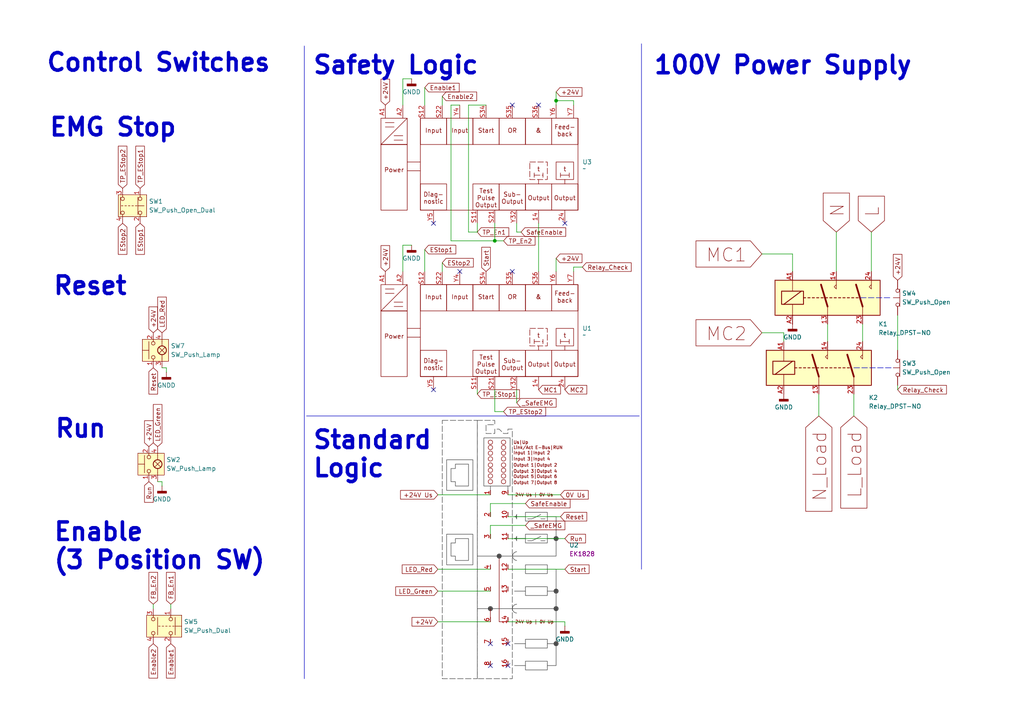
<source format=kicad_sch>
(kicad_sch (version 20231120) (generator "eeschema") (generator_version "8.0")
  (paper "A4")
  (title_block (title "13_SafetyPowerSupply") (date "2024-06-21") (rev "v1.0.0") (company "Hiroaki Kawase") (comment 1 "v0.0._ is updated when I save this PDF.") (comment 2 "v0._.0 is updated when I show this PDF to someone.") (comment 3 "v_.0.0 is updated when I make circuits with this PDF."))
  (lib_symbols
    (symbol "EtherCAT_Terminal:EK1828"
      (property "Reference" "U" (at 0 0 0))
      (property "Description" "EK1828" (at 0 -77.47 0))
      (symbol "EK1828_1_1"
        (rectangle (start -15.24 -1.27) (end -5.08 -76.2) (stroke (width 0) (type dash) (color 72 72 72 1)))
        (rectangle (start -13.97 -34.29) (end -6.35 -43.18) (stroke (width 0) (color 72 72 72 1)))
        (rectangle (start -13.97 -12.7) (end -6.35 -21.59) (stroke (width 0) (color 72 72 72 1)))
        (rectangle (start -3.175 -6.35) (end 4.445 -20.32) (stroke (width 0) (color 72 72 72 1)))
        (circle (center -1.27 -55.88) (radius 0.635) (stroke (width 0) (color 72 72 72 1)) (fill (type outline)))
        (circle (center -1.27 -19.05) (radius 0.635) (stroke (width 0) (color 132 0 0 1)))
        (circle (center -1.27 -17.399) (radius 0.635) (stroke (width 0) (color 132 0 0 1)))
        (circle (center -1.27 -15.748) (radius 0.635) (stroke (width 0) (color 132 0 0 1)))
        (circle (center -1.27 -14.224) (radius 0.635) (stroke (width 0) (color 132 0 0 1)))
        (circle (center -1.27 -12.446) (radius 0.635) (stroke (width 0) (color 132 0 0 1)))
        (circle (center -1.27 -10.795) (radius 0.635) (stroke (width 0) (color 132 0 0 1)))
        (circle (center -1.27 -9.144) (radius 0.635) (stroke (width 0) (color 132 0 0 1)))
        (circle (center -1.27 -7.62) (radius 0.635) (stroke (width 0) (color 132 0 0 1)))
        (polyline (pts (xy -1.27 -55.88) (xy -1.27 -58.42)))
        (polyline (pts (xy -1.27 -20.32) (xy -1.27 -21.59)) (stroke (width 0) (color 72 72 72 1)))
        (polyline (pts (xy 3.81 -20.32) (xy 3.81 -21.59)) (stroke (width 0) (color 72 72 72 1)))
        (polyline (pts (xy 5.08 -55.88) (xy -5.08 -55.88)) (stroke (width 0) (color 72 72 72 1)))
        (polyline (pts (xy 5.08 -40.64) (xy -5.08 -40.64)) (stroke (width 0) (color 72 72 72 1)))
        (polyline (pts (xy 6.35 -34.925) (xy 6.35 -36.195)) (stroke (width 0) (color 72 72 72 1)))
        (polyline (pts (xy 6.35 -28.575) (xy 6.35 -29.845)) (stroke (width 0) (color 72 72 72 1)))
        (polyline (pts (xy 8.89 -72.39) (xy 5.715 -72.39)) (stroke (width 0) (color 72 72 72 1)))
        (polyline (pts (xy 8.89 -66.04) (xy 5.715 -66.04)) (stroke (width 0) (color 72 72 72 1)))
        (polyline (pts (xy 8.89 -50.8) (xy 5.715 -50.8)) (stroke (width 0) (color 72 72 72 1)))
        (polyline (pts (xy 8.89 -44.45) (xy 5.715 -44.45)) (stroke (width 0) (color 72 72 72 1)))
        (polyline (pts (xy 8.89 -35.56) (xy 5.715 -35.56)) (stroke (width 0) (color 72 72 72 1)))
        (polyline (pts (xy 8.89 -29.21) (xy 5.715 -29.21)) (stroke (width 0) (color 72 72 72 1)))
        (polyline (pts (xy 13.335 -36.195) (xy 14.605 -36.195)) (stroke (width 0) (color 72 72 72 1)))
        (polyline (pts (xy 13.335 -29.845) (xy 14.605 -29.845)) (stroke (width 0) (color 72 72 72 1)))
        (polyline (pts (xy 15.24 -66.04) (xy 17.78 -66.04)) (stroke (width 0) (color 72 72 72 1)))
        (polyline (pts (xy 15.24 -50.8) (xy 17.78 -50.8)) (stroke (width 0) (color 72 72 72 1)))
        (polyline (pts (xy 15.24 -44.45) (xy 17.78 -44.45)) (stroke (width 0) (color 72 72 72 1)))
        (polyline (pts (xy 15.24 -35.56) (xy 17.78 -35.56)) (stroke (width 0) (color 72 72 72 1)))
        (polyline (pts (xy 15.24 -29.21) (xy 17.78 -29.21)) (stroke (width 0) (color 72 72 72 1)))
        (polyline (pts (xy 17.78 -44.45) (xy 17.78 -55.88)) (stroke (width 0) (color 72 72 72 1)))
        (polyline (pts (xy 9.525 -36.195) (xy 10.795 -36.195) (xy 13.335 -34.925)) (stroke (width 0) (color 72 72 72 1)))
        (polyline (pts (xy 9.525 -29.845) (xy 10.795 -29.845) (xy 13.335 -28.575)) (stroke (width 0) (color 72 72 72 1)))
        (polyline (pts (xy 17.78 -29.21) (xy 17.78 -40.64) (xy 5.08 -40.64)) (stroke (width 0) (color 72 72 72 1)))
        (polyline (pts (xy 1.27 -40.64) (xy 1.27 -59.69) (xy 3.81 -59.69) (xy 3.81 -58.42)))
        (polyline (pts (xy 5.08 -55.88) (xy 17.78 -55.88) (xy 17.78 -72.39) (xy 15.24 -72.39)) (stroke (width 0) (color 72 72 72 1)))
        (polyline (pts (xy -12.7 -36.83) (xy -12.7 -40.64) (xy -11.43 -40.64) (xy -11.43 -41.91) (xy -7.62 -41.91) (xy -7.62 -35.56) (xy -11.43 -35.56) (xy -11.43 -36.83) (xy -12.7 -36.83)) (stroke (width 0) (color 72 72 72 1)))
        (polyline (pts (xy -12.7 -15.24) (xy -12.7 -19.05) (xy -11.43 -19.05) (xy -11.43 -20.32) (xy -7.62 -20.32) (xy -7.62 -13.97) (xy -11.43 -13.97) (xy -11.43 -15.24) (xy -12.7 -15.24)) (stroke (width 0) (color 72 72 72 1)))
        (polyline (pts (xy -5.08 -21.59) (xy -5.08 -74.93) (xy -5.08 -74.93) (xy -5.08 -74.93) (xy -5.08 -74.93) (xy -5.08 -76.2) (xy 5.08 -76.2) (xy 5.08 -21.59) (xy 5.08 -3.81) (xy 3.81 -3.81) (xy 3.81 -5.08) (xy 2.54 -5.08) (xy 1.27 -3.81) (xy 0 -3.81) (xy 0 -5.08) (xy -2.54 -5.08) (xy -2.54 -2.54) (xy 0 -2.54) (xy 0 -1.27) (xy -5.08 -1.27) (xy -5.08 -2.54) (xy -5.08 -2.54) (xy -5.08 -2.54) (xy -5.08 -2.54) (xy -5.08 -2.54) (xy -5.08 -21.59)) (stroke (width 0) (type dash) (color 72 72 72 1)))
        (circle (center 1.27 -40.64) (radius 0.635) (stroke (width 0) (color 72 72 72 1)) (fill (type outline)))
        (circle (center 2.54 -19.05) (radius 0.635) (stroke (width 0) (color 132 0 0 1)))
        (circle (center 2.54 -17.399) (radius 0.635) (stroke (width 0) (color 132 0 0 1)))
        (circle (center 2.54 -15.748) (radius 0.635) (stroke (width 0) (color 132 0 0 1)))
        (circle (center 2.54 -14.224) (radius 0.635) (stroke (width 0) (color 132 0 0 1)))
        (circle (center 2.54 -12.446) (radius 0.635) (stroke (width 0) (color 132 0 0 1)))
        (circle (center 2.54 -10.795) (radius 0.635) (stroke (width 0) (color 132 0 0 1)))
        (circle (center 2.54 -9.144) (radius 0.635) (stroke (width 0) (color 132 0 0 1)))
        (circle (center 2.54 -7.62) (radius 0.635) (stroke (width 0) (color 132 0 0 1)))
        (arc (start 5.715 -35.56) (mid 6.164 -35.374) (end 6.35 -34.925) (stroke (width 0) (color 72 72 72 1)))
        (arc (start 5.715 -29.21) (mid 6.164 -29.024) (end 6.35 -28.575) (stroke (width 0) (color 72 72 72 1)))
        (arc (start 6.35 -54.61) (mid 5.1073 -55.88) (end 6.35 -57.15) (stroke (width 0) (color 72 72 72 1)))
        (arc (start 6.35 -39.37) (mid 5.1825 -40.64) (end 6.35 -41.91) (stroke (width 0) (color 72 72 72 1)))
        (arc (start 6.35 -36.195) (mid 6.1698 -35.7402) (end 5.715 -35.56) (stroke (width 0) (color 72 72 72 1)))
        (arc (start 6.35 -29.845) (mid 6.1698 -29.3902) (end 5.715 -29.21) (stroke (width 0) (color 72 72 72 1)))
        (rectangle (start 8.89 -71.12) (end 15.24 -73.66) (stroke (width 0) (color 72 72 72 1)))
        (rectangle (start 8.89 -64.77) (end 15.24 -67.31) (stroke (width 0) (color 72 72 72 1)))
        (rectangle (start 8.89 -49.53) (end 15.24 -52.07) (stroke (width 0) (color 72 72 72 1)))
        (rectangle (start 8.89 -43.18) (end 15.24 -45.72) (stroke (width 0) (color 72 72 72 1)))
        (rectangle (start 8.89 -34.29) (end 15.24 -36.83) (stroke (width 0) (color 72 72 72 1)))
        (rectangle (start 8.89 -27.94) (end 15.24 -30.48) (stroke (width 0) (color 72 72 72 1)))
        (circle (center 17.78 -66.04) (radius 0.635) (stroke (width 0) (color 72 72 72 1)) (fill (type outline)))
        (circle (center 17.78 -55.88) (radius 0.635) (stroke (width 0) (color 72 72 72 1)) (fill (type outline)))
        (circle (center 17.78 -50.8) (radius 0.635) (stroke (width 0) (color 72 72 72 1)) (fill (type outline)))
        (circle (center 17.78 -35.56) (radius 0.635) (stroke (width 0) (color 72 72 72 1)) (fill (type outline)))
        (text "24V Up | 0V Up" (at 5.842 -60.198 0) (effects (font (size 0.889 0.889)) (justify left bottom)))
        (text "24V Us | 0V Us" (at 5.842 -23.368 0) (effects (font (size 0.889 0.889)) (justify left bottom)))
        (text "Input 1|Input 2" (at 5.334 -11.176 0) (effects (font (size 0.889 0.889)) (justify left bottom)))
        (text "Input 3|Input 4" (at 5.334 -12.954 0) (effects (font (size 0.889 0.889)) (justify left bottom)))
        (text "Link/Act E-Bus|RUN" (at 5.334 -9.652 0) (effects (font (size 0.889 0.889)) (justify left bottom)))
        (text "Output 1|Output 2" (at 5.334 -14.732 0) (effects (font (size 0.889 0.889)) (justify left bottom)))
        (text "Output 3|Output 4" (at 5.334 -16.51 0) (effects (font (size 0.889 0.889)) (justify left bottom)))
        (text "Output 5|Output 6" (at 5.334 -18.034 0) (effects (font (size 0.889 0.889)) (justify left bottom)))
        (text "Output 7|Output 8" (at 5.334 -19.812 0) (effects (font (size 0.889 0.889)) (justify left bottom)))
        (text "Us|Up" (at 5.334 -8.128 0) (effects (font (size 0.889 0.889)) (justify left bottom)))
        (pin power_in line (at -1.27 -22.86 90) (length 1.27) (name "") (number "1"))
        (pin input line (at 3.81 -29.21 90) (length 1.27) (name "") (number "10"))
        (pin input line (at 3.81 -35.56 90) (length 1.27) (name "") (number "11"))
        (pin output line (at 3.81 -44.45 90) (length 1.27) (name "") (number "12"))
        (pin output line (at 3.81 -50.8 90) (length 1.27) (name "") (number "13"))
        (pin power_in line (at 3.81 -59.69 90) (length 1.27) (name "") (number "14"))
        (pin output line (at 3.81 -66.04 90) (length 1.27) (name "") (number "15"))
        (pin output line (at 3.81 -72.39 90) (length 1.27) (name "") (number "16"))
        (pin input line (at -1.27 -29.21 90) (length 1.27) (name "") (number "2"))
        (pin input line (at -1.27 -35.56 90) (length 1.27) (name "") (number "3"))
        (pin output line (at -1.27 -44.45 90) (length 1.27) (name "") (number "4"))
        (pin output line (at -1.27 -50.8 90) (length 1.27) (name "") (number "5"))
        (pin power_in line (at -1.27 -59.69 90) (length 1.27) (name "") (number "6"))
        (pin output line (at -1.27 -66.04 90) (length 1.27) (name "") (number "7"))
        (pin output line (at -1.27 -72.39 90) (length 1.27) (name "") (number "8"))
        (pin power_in line (at 3.81 -22.86 90) (length 1.27) (name "") (number "9"))
      )
    )
    (symbol "Relay:Relay_DPST-NO"
      (property "Reference" "K" (at 16.51 3.81 0))
      (property "Value" "Relay_DPST-NO" (at 16.51 1.27 0))
      (symbol "Relay_DPST-NO_0_1"
        (rectangle (start -15.24 5.08) (end 15.24 -5.08) (stroke (width 0.254)) (fill (type background)))
        (rectangle (start -13.335 1.905) (end -6.985 -1.905) (stroke (width 0.254)))
        (polyline (pts (xy -12.7 -1.905) (xy -7.62 1.905)) (stroke (width 0.254)))
        (polyline (pts (xy -10.16 -5.08) (xy -10.16 -1.905)))
        (polyline (pts (xy -10.16 5.08) (xy -10.16 1.905)))
        (polyline (pts (xy -6.985 0) (xy -6.35 0)) (stroke (width 0.254)))
        (polyline (pts (xy -5.715 0) (xy -5.08 0)) (stroke (width 0.254)))
        (polyline (pts (xy -4.445 0) (xy -3.81 0)) (stroke (width 0.254)))
        (polyline (pts (xy -3.175 0) (xy -2.54 0)) (stroke (width 0.254)))
        (polyline (pts (xy -1.905 0) (xy -1.27 0)) (stroke (width 0.254)))
        (polyline (pts (xy -0.635 0) (xy 0 0)) (stroke (width 0.254)))
        (polyline (pts (xy 0 -2.54) (xy -1.905 3.81)) (stroke (width 0.508)))
        (polyline (pts (xy 0 -2.54) (xy 0 -5.08)))
        (polyline (pts (xy 0.635 0) (xy 1.27 0)) (stroke (width 0.254)))
        (polyline (pts (xy 1.905 0) (xy 2.54 0)) (stroke (width 0.254)))
        (polyline (pts (xy 3.175 0) (xy 3.81 0)) (stroke (width 0.254)))
        (polyline (pts (xy 4.445 0) (xy 5.08 0)) (stroke (width 0.254)))
        (polyline (pts (xy 5.715 0) (xy 6.35 0)) (stroke (width 0.254)))
        (polyline (pts (xy 6.985 0) (xy 7.62 0)) (stroke (width 0.254)))
        (polyline (pts (xy 8.255 0) (xy 8.89 0)) (stroke (width 0.254)))
        (polyline (pts (xy 10.16 -2.54) (xy 8.255 3.81)) (stroke (width 0.508)))
        (polyline (pts (xy 10.16 -2.54) (xy 10.16 -5.08)))
        (polyline (pts (xy 2.54 5.08) (xy 2.54 2.54) (xy 1.905 3.175) (xy 2.54 3.81)))
        (polyline (pts (xy 12.7 5.08) (xy 12.7 2.54) (xy 12.065 3.175) (xy 12.7 3.81)))
      )
      (symbol "Relay_DPST-NO_1_1"
        (pin passive line (at 0 -7.62 90) (length 2.54) (name "~") (number "13"))
        (pin passive line (at 2.54 7.62 270) (length 2.54) (name "~") (number "14"))
        (pin passive line (at 10.16 -7.62 90) (length 2.54) (name "~") (number "23"))
        (pin passive line (at 12.7 7.62 270) (length 2.54) (name "~") (number "24"))
        (pin passive line (at -10.16 7.62 270) (length 2.54) (name "~") (number "A1"))
        (pin passive line (at -10.16 -7.62 90) (length 2.54) (name "~") (number "A2"))
      )
    )
    (symbol "Safety_Relay:e1vp" (on_board no)
      (property "Reference" "U" (at 0 11.43 0))
      (symbol "e1vp_0_1"
        (rectangle (start -19.05 -3.81) (end -11.43 -11.43))
        (rectangle (start -7.62 -22.86) (end 0 -30.48))
        (rectangle (start -7.62 -3.81) (end 0 -11.43))
        (rectangle (start 0 -3.81) (end 7.62 -11.43))
        (polyline (pts (xy -17.78 -6.35) (xy -15.24 -6.35)))
        (polyline (pts (xy -17.78 -5.08) (xy -15.24 -5.08)))
        (polyline (pts (xy -15.24 -10.16) (xy -12.7 -10.16)))
        (polyline (pts (xy -15.24 -8.89) (xy -12.7 -8.89)))
        (polyline (pts (xy -13.97 -7.62) (xy -13.97 -7.62)))
        (polyline (pts (xy -11.43 -3.81) (xy -19.05 -11.43)))
        (polyline (pts (xy -5.08 -26.67) (xy -5.08 -26.67)))
        (polyline (pts (xy -2.54 -7.62) (xy -2.54 -7.62)))
        (polyline (pts (xy 5.08 -7.62) (xy 5.08 -7.62)))
        (polyline (pts (xy 10.16 -26.67) (xy 10.16 -26.67)))
        (polyline (pts (xy 12.7 -7.62) (xy 12.7 -7.62)))
        (polyline (pts (xy 17.78 -26.67) (xy 17.78 -26.67)))
        (polyline (pts (xy 20.32 -7.62) (xy 20.32 -7.62)))
        (polyline (pts (xy 25.4 -26.67) (xy 25.4 -26.67)))
        (polyline (pts (xy 27.94 -7.62) (xy 27.94 -7.62)))
        (polyline (pts (xy 33.02 -26.67) (xy 33.02 -26.67)))
        (polyline (pts (xy 35.56 -7.62) (xy 35.56 -7.62)))
        (rectangle (start 7.62 -3.81) (end 15.24 -11.43))
        (rectangle (start 15.24 -30.48) (end 7.62 -22.86))
        (rectangle (start 15.24 -3.81) (end 22.86 -11.43))
        (rectangle (start 22.86 -30.48) (end 15.24 -22.86))
        (rectangle (start 22.86 -3.81) (end 30.48 -11.43))
        (rectangle (start 30.48 -30.48) (end 22.86 -22.86))
        (rectangle (start 30.48 -3.81) (end 38.1 -11.43))
        (rectangle (start 38.1 -30.48) (end 30.48 -22.86))
      )
      (symbol "e1vp_1_1"
        (rectangle (start -19.05 -11.43) (end -11.43 -30.48))
        (polyline (pts (xy -11.43 -19.05) (xy -11.43 -19.05)))
        (polyline (pts (xy -11.43 -16.51) (xy -7.62 -16.51)))
        (polyline (pts (xy -7.62 -19.05) (xy -11.43 -19.05)))
        (polyline (pts (xy 25.4 -20.32) (xy 27.94 -20.32)))
        (polyline (pts (xy 25.4 -19.685) (xy 25.4 -20.955)))
        (polyline (pts (xy 26.67 -21.59) (xy 26.67 -22.86)))
        (polyline (pts (xy 27.94 -19.685) (xy 27.94 -20.955)))
        (polyline (pts (xy 33.02 -20.32) (xy 35.56 -20.32)))
        (polyline (pts (xy 33.02 -19.685) (xy 33.02 -20.955)))
        (polyline (pts (xy 34.29 -21.59) (xy 34.29 -22.86)))
        (polyline (pts (xy 35.56 -19.685) (xy 35.56 -20.955)))
        (rectangle (start 24.13 -16.51) (end 29.21 -21.59) (stroke (width 0) (type dash)))
        (rectangle (start 31.75 -16.51) (end 36.83 -21.59))
        (rectangle (start 38.1 -3.81) (end -7.62 -30.48))
        (text "&" (at 26.67 -7.366 0) (effects (font (size 1.27 1.27))))
        (text "Diag-\nnostic" (at -3.81 -26.924 0) (effects (font (size 1.27 1.27))))
        (text "Feed-\nback" (at 34.29 -7.366 0) (effects (font (size 1.27 1.27))))
        (text "Input" (at -3.81 -7.366 0) (effects (font (size 1.27 1.27))))
        (text "Input" (at 3.81 -7.366 0) (effects (font (size 1.27 1.27))))
        (text "OR" (at 19.05 -7.366 0) (effects (font (size 1.27 1.27))))
        (text "Output" (at 26.67 -26.924 0) (effects (font (size 1.27 1.27))))
        (text "Output" (at 34.29 -26.924 0) (effects (font (size 1.27 1.27))))
        (text "Power" (at -15.24 -18.796 0) (effects (font (size 1.27 1.27))))
        (text "Start" (at 11.43 -7.366 0) (effects (font (size 1.27 1.27))))
        (text "Sub-\nOutput\n" (at 19.05 -26.924 0) (effects (font (size 1.27 1.27))))
        (text "t" (at 26.67 -18.542 0) (effects (font (size 1.27 1.27))))
        (text "t" (at 34.29 -18.542 0) (effects (font (size 1.27 1.27))))
        (text "Test\nPulse\nOutput\n" (at 11.43 -26.924 0) (effects (font (size 1.27 1.27))))
        (pin output line (at 26.67 -34.29 90) (length 3.81) (name "") (number "14"))
        (pin output line (at 34.29 -34.29 90) (length 3.81) (name "") (number "24"))
        (pin power_in line (at -17.78 0 270) (length 3.81) (name "") (number "A1"))
        (pin power_in line (at -12.7 0 270) (length 3.81) (name "") (number "A2"))
        (pin output line (at 8.89 -34.29 90) (length 3.81) (name "") (number "S11"))
        (pin input line (at -6.35 0 270) (length 3.81) (name "") (number "S12"))
        (pin output line (at 13.97 -34.29 90) (length 3.81) (name "") (number "S21"))
        (pin input line (at -1.27 0 270) (length 3.81) (name "") (number "S22"))
        (pin input line (at 11.43 0 270) (length 3.81) (name "") (number "S34"))
        (pin input line (at 19.05 0 270) (length 3.81) (name "") (number "S35"))
        (pin input line (at 26.67 0 270) (length 3.81) (name "") (number "S36"))
        (pin output line (at 20.32 -34.29 90) (length 3.81) (name "") (number "Y32"))
        (pin input line (at 3.81 0 270) (length 3.81) (name "") (number "Y4"))
        (pin unspecified line (at -3.81 -34.29 90) (length 3.81) (name "") (number "Y5"))
        (pin input line (at 31.75 0 270) (length 3.81) (name "") (number "Y6"))
        (pin input line (at 36.83 0 270) (length 3.81) (name "") (number "Y7"))
      )
    )
    (symbol "Switch:SW_Push_Dual" (pin_names (offset 1.016) hide)
      (property "Reference" "SW" (at 0 7.62 0))
      (property "Value" "SW_Push_Dual" (at 0 -6.35 0))
      (symbol "SW_Push_Dual_0_1"
        (circle (center -2.032 -2.54) (radius 0.508))
        (circle (center -2.032 2.54) (radius 0.508))
        (polyline (pts (xy 0 -0.508) (xy 0 -1.016)))
        (polyline (pts (xy 0 0.508) (xy 0 0)))
        (polyline (pts (xy 0 1.016) (xy 0 1.524)))
        (polyline (pts (xy 0 2.032) (xy 0 2.54)))
        (polyline (pts (xy 0 3.048) (xy 0 3.556)))
        (polyline (pts (xy 0 3.81) (xy 0 5.588)))
        (polyline (pts (xy 2.54 -1.27) (xy -2.54 -1.27)))
        (polyline (pts (xy 2.54 3.81) (xy -2.54 3.81)))
        (circle (center 2.032 -2.54) (radius 0.508))
        (circle (center 2.032 2.54) (radius 0.508))
        (pin passive line (at -5.08 2.54 0) (length 2.54) (name "1") (number "1"))
        (pin passive line (at 5.08 2.54 180) (length 2.54) (name "2") (number "2"))
        (pin passive line (at -5.08 -2.54 0) (length 2.54) (name "3") (number "3"))
        (pin passive line (at 5.08 -2.54 180) (length 2.54) (name "4") (number "4"))
      )
      (symbol "SW_Push_Dual_1_1"
        (rectangle (start -3.175 5.715) (end 3.175 -4.445) (fill (type background)))
      )
    )
    (symbol "Switch:SW_Push_Lamp" (pin_names (offset 1.016) hide)
      (property "Reference" "SW" (at 0 7.62 0))
      (property "Value" "SW_Push_Lamp" (at 0 -3.81 0))
      (symbol "SW_Push_Lamp_0_1"
        (circle (center -2.032 2.54) (radius 0.508))
        (polyline (pts (xy -2.54 0) (xy -1.27 0)))
        (polyline (pts (xy -0.889 -0.889) (xy 0.889 0.889)))
        (polyline (pts (xy 0 3.81) (xy 0 5.588)))
        (polyline (pts (xy 0.889 -0.889) (xy -0.889 0.889)))
        (polyline (pts (xy 2.54 0) (xy 1.27 0)))
        (polyline (pts (xy 2.54 3.81) (xy -2.54 3.81)))
        (circle (center 0 0) (radius 1.27) (stroke (width 0.254)))
        (circle (center 2.032 2.54) (radius 0.508))
        (pin passive line (at -5.08 2.54 0) (length 2.54) (name "1") (number "1"))
        (pin passive line (at 5.08 2.54 180) (length 2.54) (name "2") (number "2"))
        (pin passive line (at -5.08 0 0) (length 2.54) (name "L") (number "3"))
        (pin passive line (at 5.08 0 180) (length 2.54) (name "L") (number "4"))
      )
      (symbol "SW_Push_Lamp_1_1"
        (rectangle (start -3.175 5.715) (end 3.175 -1.905) (fill (type background)))
      )
    )
    (symbol "Switch:SW_Push_Open" (pin_numbers hide) (pin_names (offset 1.016) hide)
      (property "Reference" "SW" (at 0 2.54 0))
      (property "Value" "SW_Push_Open" (at 0 -1.905 0))
      (symbol "SW_Push_Open_0_1"
        (circle (center -2.032 0) (radius 0.508))
        (polyline (pts (xy -2.54 -0.635) (xy 2.54 -0.635)))
        (polyline (pts (xy 0 -0.635) (xy 0 1.27)))
        (circle (center 2.032 0) (radius 0.508))
        (pin passive line (at -5.08 0 0) (length 2.54) (name "A") (number "1"))
      )
      (symbol "SW_Push_Open_1_1"
        (pin passive line (at 5.08 0 180) (length 2.54) (name "B") (number "2"))
      )
    )
    (symbol "Switch:SW_Push_Open_Dual" (pin_names (offset 1.016) hide)
      (property "Reference" "SW" (at 0 3.81 0))
      (property "Value" "SW_Push_Open_Dual" (at 0 -7.62 0))
      (symbol "SW_Push_Open_Dual_0_1"
        (circle (center -2.032 -5.08) (radius 0.508))
        (circle (center -2.032 0) (radius 0.508))
        (polyline (pts (xy 0 -4.953) (xy 0 -5.461)))
        (polyline (pts (xy 0 -3.937) (xy 0 -4.445)))
        (polyline (pts (xy 0 -3.429) (xy 0 -2.921)))
        (polyline (pts (xy 0 -2.413) (xy 0 -1.905)))
        (polyline (pts (xy 0 -1.397) (xy 0 -0.889)))
        (polyline (pts (xy 0 -0.635) (xy 0 1.143)))
        (polyline (pts (xy 2.54 -5.715) (xy -2.54 -5.715)))
        (polyline (pts (xy 2.54 -0.635) (xy -2.54 -0.635)))
        (circle (center 2.032 -5.08) (radius 0.508))
        (circle (center 2.032 0) (radius 0.508))
        (pin passive line (at -5.08 0 0) (length 2.54) (name "1") (number "1"))
        (pin passive line (at 5.08 0 180) (length 2.54) (name "2") (number "2"))
        (pin passive line (at -5.08 -5.08 0) (length 2.54) (name "3") (number "3"))
        (pin passive line (at 5.08 -5.08 180) (length 2.54) (name "4") (number "4"))
      )
      (symbol "SW_Push_Open_Dual_1_1"
        (rectangle (start -3.175 1.905) (end 3.175 -6.35) (fill (type background)))
      )
    )
    (symbol "power:GNDD" (power) (pin_numbers hide) (pin_names (offset 0) hide)
      (property "Value" "GNDD" (at 0 -3.175 0))
      (symbol "GNDD_0_1"
        (rectangle (start -1.27 -1.524) (end 1.27 -2.032) (stroke (width 0.254)) (fill (type outline)))
        (polyline (pts (xy 0 0) (xy 0 -1.524)))
      )
      (symbol "GNDD_1_1"
        (pin power_in line (at 0 0 270) (length 0) (name "~") (number "1"))
      )
    )
  )
  (junction (at 161.29 29.21))
  (junction (at 143.51 69.85))
  (no_connect (at 142.24 186.69))
  (no_connect (at 133.35 78.74))
  (no_connect (at 156.21 30.48))
  (no_connect (at 147.32 193.04))
  (no_connect (at 125.73 64.77))
  (no_connect (at 125.73 113.03))
  (no_connect (at 147.32 186.69))
  (no_connect (at 148.59 30.48))
  (no_connect (at 148.59 78.74))
  (no_connect (at 142.24 193.04))
  (no_connect (at 163.83 64.77))
  (polyline (pts (xy 249.555 86.36) (xy 258.445 86.36)) (stroke (width 0) (type dash)))
  (wire (pts (xy 140.97 30.48) (xy 135.89 30.48)))
  (wire (pts (xy 247.65 114.3) (xy 247.65 120.65)))
  (wire (pts (xy 116.84 22.86) (xy 119.38 22.86)))
  (wire (pts (xy 146.05 119.38) (xy 143.51 119.38)))
  (wire (pts (xy 260.35 91.44) (xy 260.35 101.6)))
  (wire (pts (xy 152.4 146.05) (xy 142.24 146.05)))
  (wire (pts (xy 237.49 114.3) (xy 237.49 120.65)))
  (wire (pts (xy 161.29 29.21) (xy 161.29 30.48)))
  (wire (pts (xy 127 171.45) (xy 142.24 171.45)))
  (polyline (pts (xy 88.9 120.65) (xy 185.42 120.65)))
  (wire (pts (xy 123.19 72.39) (xy 123.19 78.74)))
  (wire (pts (xy 46.99 106.68) (xy 48.26 106.68)))
  (wire (pts (xy 127 143.51) (xy 142.24 143.51)))
  (wire (pts (xy 138.43 114.3) (xy 138.43 113.03)))
  (wire (pts (xy 135.89 67.31) (xy 138.43 67.31)))
  (wire (pts (xy 143.51 69.85) (xy 146.05 69.85)))
  (wire (pts (xy 44.45 175.26) (xy 44.45 176.53)))
  (wire (pts (xy 49.53 176.53) (xy 49.53 175.26)))
  (polyline (pts (xy 247.65 106.68) (xy 259.08 106.68)) (stroke (width 0) (type dash)))
  (wire (pts (xy 163.83 180.34) (xy 163.83 181.61)))
  (wire (pts (xy 130.81 30.48) (xy 130.81 69.85)))
  (wire (pts (xy 151.13 67.31) (xy 149.86 67.31)))
  (wire (pts (xy 143.51 69.85) (xy 143.51 64.77)))
  (wire (pts (xy 127 180.34) (xy 142.24 180.34)))
  (wire (pts (xy 220.98 73.66) (xy 229.87 73.66)))
  (wire (pts (xy 128.27 27.94) (xy 128.27 30.48)))
  (wire (pts (xy 161.29 29.21) (xy 166.37 29.21)))
  (wire (pts (xy 220.98 96.52) (xy 227.33 96.52)))
  (wire (pts (xy 152.4 152.4) (xy 142.24 152.4)))
  (wire (pts (xy 147.32 156.21) (xy 163.83 156.21)))
  (wire (pts (xy 48.26 106.68) (xy 48.26 107.95)))
  (wire (pts (xy 138.43 67.31) (xy 138.43 64.77)))
  (wire (pts (xy 227.33 96.52) (xy 227.33 99.06)))
  (wire (pts (xy 142.24 152.4) (xy 142.24 156.21)))
  (wire (pts (xy 143.51 119.38) (xy 143.51 113.03)))
  (wire (pts (xy 133.35 30.48) (xy 130.81 30.48)))
  (wire (pts (xy 166.37 78.74) (xy 166.37 77.47)))
  (wire (pts (xy 166.37 30.48) (xy 166.37 29.21)))
  (polyline (pts (xy 88.265 13.335) (xy 88.265 196.85)))
  (wire (pts (xy 250.19 93.98) (xy 250.19 99.06)))
  (wire (pts (xy 123.19 25.4) (xy 123.19 30.48)))
  (wire (pts (xy 142.24 146.05) (xy 142.24 149.86)))
  (wire (pts (xy 147.32 180.34) (xy 163.83 180.34)))
  (wire (pts (xy 229.87 73.66) (xy 229.87 78.74)))
  (wire (pts (xy 260.35 113.03) (xy 260.35 111.76)))
  (wire (pts (xy 161.29 26.67) (xy 161.29 29.21)))
  (wire (pts (xy 242.57 67.31) (xy 242.57 78.74)))
  (wire (pts (xy 46.99 139.7) (xy 46.99 140.97)))
  (wire (pts (xy 128.27 76.2) (xy 128.27 78.74)))
  (wire (pts (xy 116.84 78.74) (xy 116.84 71.12)))
  (wire (pts (xy 116.84 71.12) (xy 119.38 71.12)))
  (polyline (pts (xy 186.055 12.7) (xy 186.055 165.1)))
  (wire (pts (xy 161.29 74.93) (xy 161.29 78.74)))
  (wire (pts (xy 252.73 67.31) (xy 252.73 78.74)))
  (wire (pts (xy 130.81 69.85) (xy 143.51 69.85)))
  (wire (pts (xy 147.32 143.51) (xy 162.56 143.51)))
  (wire (pts (xy 135.89 30.48) (xy 135.89 67.31)))
  (wire (pts (xy 147.32 165.1) (xy 163.83 165.1)))
  (wire (pts (xy 116.84 30.48) (xy 116.84 22.86)))
  (wire (pts (xy 149.86 116.84) (xy 149.86 113.03)))
  (wire (pts (xy 240.03 93.98) (xy 240.03 99.06)))
  (wire (pts (xy 166.37 77.47) (xy 168.91 77.47)))
  (wire (pts (xy 149.86 67.31) (xy 149.86 64.77)))
  (wire (pts (xy 147.32 149.86) (xy 162.56 149.86)))
  (wire (pts (xy 156.21 64.77) (xy 156.21 78.74)))
  (wire (pts (xy 45.72 139.7) (xy 46.99 139.7)))
  (wire (pts (xy 127 165.1) (xy 142.24 165.1)))
  (text "Safety Logic" (at 114.808 19.05 0) (effects (font (size 5.08 5.08) (thickness 1.016) (bold yes))))
  (text "Standard\nLogic" (at 90.424 131.826 0) (effects (font (size 5.08 5.08) (thickness 1.016) (bold yes)) (justify left)))
  (text "EMG Stop" (at 32.766 37.084 0) (effects (font (size 5.08 5.08) (thickness 1.016) (bold yes))))
  (text "Control Switches" (at 45.974 18.288 0) (effects (font (size 5.08 5.08) (thickness 1.016) (bold yes))))
  (text "100V Power Supply" (at 227.076 19.05 0) (effects (font (size 5.08 5.08) (thickness 1.016) (bold yes))))
  (text "Enable\n(3 Position SW)" (at 15.24 158.496 0) (effects (font (size 5.08 5.08) (thickness 1.016) (bold yes)) (justify left)))
  (text "Run" (at 23.368 124.46 0) (effects (font (size 5.08 5.08) (thickness 1.016) (bold yes))))
  (text "Reset" (at 26.162 83.058 0) (effects (font (size 5.08 5.08) (thickness 1.016) (bold yes))))
  (global_label "Reset" (shape input) (at 162.56 149.86 0) (property "Intersheetrefs" "${INTERSHEET_REFS}" (effects (hide yes))))
  (global_label "+24V" (shape input) (at 161.29 74.93 0) (property "Intersheetrefs" "${INTERSHEET_REFS}" (effects (hide yes))))
  (global_label "EStop1" (shape input) (at 123.19 72.39 0) (property "Intersheetrefs" "${INTERSHEET_REFS}" (effects (hide yes))))
  (global_label "EStop2" (shape input) (at 35.56 64.77 270) (property "Intersheetrefs" "${INTERSHEET_REFS}" (effects (hide yes))))
  (global_label "FB_En2" (shape input) (at 44.45 175.26 90) (property "Intersheetrefs" "${INTERSHEET_REFS}" (effects (hide yes))))
  (global_label "L_Load" (shape input) (at 247.65 120.65 270) (effects (font (size 3.81 3.81))) (property "Intersheetrefs" "${INTERSHEET_REFS}" (effects (hide yes))))
  (global_label "Start" (shape input) (at 163.83 165.1 0) (property "Intersheetrefs" "${INTERSHEET_REFS}" (effects (hide yes))))
  (global_label "Relay_Check" (shape input) (at 260.35 113.03 0) (property "Intersheetrefs" "${INTERSHEET_REFS}" (effects (hide yes))))
  (global_label "_SafeEMG" (shape input) (at 149.86 116.84 0) (property "Intersheetrefs" "${INTERSHEET_REFS}" (effects (hide yes))))
  (global_label "EStop1" (shape input) (at 40.64 64.77 270) (property "Intersheetrefs" "${INTERSHEET_REFS}" (effects (hide yes))))
  (global_label "SafeEnable" (shape input) (at 151.13 67.31 0) (property "Intersheetrefs" "${INTERSHEET_REFS}" (effects (hide yes))))
  (global_label "+24V" (shape input) (at 161.29 26.67 0) (property "Intersheetrefs" "${INTERSHEET_REFS}" (effects (hide yes))))
  (global_label "TP_EStop2" (shape input) (at 146.05 119.38 0) (property "Intersheetrefs" "${INTERSHEET_REFS}" (effects (hide yes))))
  (global_label "+24V" (shape input) (at 44.45 96.52 90) (property "Intersheetrefs" "${INTERSHEET_REFS}" (effects (hide yes))))
  (global_label "TP_EStop2" (shape input) (at 35.56 54.61 90) (property "Intersheetrefs" "${INTERSHEET_REFS}" (effects (hide yes))))
  (global_label "_SafeEMG" (shape input) (at 152.4 152.4 0) (property "Intersheetrefs" "${INTERSHEET_REFS}" (effects (hide yes))))
  (global_label "Enable1" (shape input) (at 49.53 186.69 270) (property "Intersheetrefs" "${INTERSHEET_REFS}" (effects (hide yes))))
  (global_label "Start" (shape input) (at 140.97 78.74 90) (property "Intersheetrefs" "${INTERSHEET_REFS}" (effects (hide yes))))
  (global_label "EStop2" (shape input) (at 128.27 76.2 0) (property "Intersheetrefs" "${INTERSHEET_REFS}" (effects (hide yes))))
  (global_label "Relay_Check" (shape input) (at 168.91 77.47 0) (property "Intersheetrefs" "${INTERSHEET_REFS}" (effects (hide yes))))
  (global_label "LED_Green" (shape input) (at 127 171.45 180) (property "Intersheetrefs" "${INTERSHEET_REFS}" (effects (hide yes))))
  (global_label "MC1" (shape input) (at 220.98 73.66 180) (effects (font (size 3.81 3.81))) (property "Intersheetrefs" "${INTERSHEET_REFS}" (effects (hide yes))))
  (global_label "TP_En1" (shape input) (at 138.43 67.31 0) (property "Intersheetrefs" "${INTERSHEET_REFS}" (effects (hide yes))))
  (global_label "Enable2" (shape input) (at 44.45 186.69 270) (property "Intersheetrefs" "${INTERSHEET_REFS}" (effects (hide yes))))
  (global_label "+24V" (shape input) (at 43.18 129.54 90) (property "Intersheetrefs" "${INTERSHEET_REFS}" (effects (hide yes))))
  (global_label "LED_Green" (shape input) (at 45.72 129.54 90) (property "Intersheetrefs" "${INTERSHEET_REFS}" (effects (hide yes))))
  (global_label "+24V" (shape input) (at 111.76 30.48 90) (property "Intersheetrefs" "${INTERSHEET_REFS}" (effects (hide yes))))
  (global_label "N" (shape input) (at 242.57 67.31 90) (effects (font (size 3.81 3.81))) (property "Intersheetrefs" "${INTERSHEET_REFS}" (effects (hide yes))))
  (global_label "+24V Us" (shape input) (at 127 143.51 180) (property "Intersheetrefs" "${INTERSHEET_REFS}" (effects (hide yes))))
  (global_label "+24V" (shape input) (at 127 180.34 180) (property "Intersheetrefs" "${INTERSHEET_REFS}" (effects (hide yes))))
  (global_label "+24V" (shape input) (at 260.35 81.28 90) (property "Intersheetrefs" "${INTERSHEET_REFS}" (effects (hide yes))))
  (global_label "LED_Red" (shape input) (at 127 165.1 180) (property "Intersheetrefs" "${INTERSHEET_REFS}" (effects (hide yes))))
  (global_label "SafeEnable" (shape input) (at 152.4 146.05 0) (property "Intersheetrefs" "${INTERSHEET_REFS}" (effects (hide yes))))
  (global_label "TP_EStop1" (shape input) (at 40.64 54.61 90) (property "Intersheetrefs" "${INTERSHEET_REFS}" (effects (hide yes))))
  (global_label "Enable2" (shape input) (at 128.27 27.94 0) (property "Intersheetrefs" "${INTERSHEET_REFS}" (effects (hide yes))))
  (global_label "0V Us" (shape input) (at 162.56 143.51 0) (property "Intersheetrefs" "${INTERSHEET_REFS}" (effects (hide yes))))
  (global_label "+24V" (shape input) (at 111.76 78.74 90) (property "Intersheetrefs" "${INTERSHEET_REFS}" (effects (hide yes))))
  (global_label "MC2" (shape input) (at 220.98 96.52 180) (effects (font (size 3.81 3.81))) (property "Intersheetrefs" "${INTERSHEET_REFS}" (effects (hide yes))))
  (global_label "LED_Red" (shape input) (at 46.99 96.52 90) (property "Intersheetrefs" "${INTERSHEET_REFS}" (effects (hide yes))))
  (global_label "Enable1" (shape input) (at 123.19 25.4 0) (property "Intersheetrefs" "${INTERSHEET_REFS}" (effects (hide yes))))
  (global_label "Run" (shape input) (at 43.18 139.7 270) (property "Intersheetrefs" "${INTERSHEET_REFS}" (effects (hide yes))))
  (global_label "TP_En2" (shape input) (at 146.05 69.85 0) (property "Intersheetrefs" "${INTERSHEET_REFS}" (effects (hide yes))))
  (global_label "N_Load" (shape input) (at 237.49 120.65 270) (effects (font (size 3.81 3.81))) (property "Intersheetrefs" "${INTERSHEET_REFS}" (effects (hide yes))))
  (global_label "MC1" (shape input) (at 156.21 113.03 0) (property "Intersheetrefs" "${INTERSHEET_REFS}" (effects (hide yes))))
  (global_label "Run" (shape input) (at 163.83 156.21 0) (property "Intersheetrefs" "${INTERSHEET_REFS}" (effects (hide yes))))
  (global_label "Reset" (shape input) (at 44.45 106.68 270) (property "Intersheetrefs" "${INTERSHEET_REFS}" (effects (hide yes))))
  (global_label "MC2" (shape input) (at 163.83 113.03 0) (property "Intersheetrefs" "${INTERSHEET_REFS}" (effects (hide yes))))
  (global_label "TP_EStop1" (shape input) (at 138.43 114.3 0) (property "Intersheetrefs" "${INTERSHEET_REFS}" (effects (hide yes))))
  (global_label "L" (shape input) (at 252.73 67.31 90) (effects (font (size 3.81 3.81))) (property "Intersheetrefs" "${INTERSHEET_REFS}" (effects (hide yes))))
  (global_label "FB_En1" (shape input) (at 49.53 175.26 90) (property "Intersheetrefs" "${INTERSHEET_REFS}" (effects (hide yes))))
  (symbol (lib_id "Switch:SW_Push_Lamp") (at 46.99 101.6 90) (unit 1)
    (property "Reference" "SW7" (at 49.53 100.3299 90) (effects (justify right)))
    (property "Value" "SW_Push_Lamp" (at 49.53 102.8699 90) (effects (justify right)))
    (property "Description" "Push button switch with Signal Lamp, generic" (effects (hide yes)))
  )
  (symbol (lib_id "Relay:Relay_DPST-NO") (at 240.03 86.36 0) (unit 1)
    (property "Reference" "K1" (at 254.762 93.98 0) (effects (justify left)))
    (property "Value" "Relay_DPST-NO" (at 254.762 96.52 0) (effects (justify left)))
    (property "Description" "Monostable Relay DPST, Normally Open, EN50005" (effects (hide yes)))
  )
  (symbol (lib_id "Switch:SW_Push_Open") (at 260.35 106.68 90) (unit 1)
    (property "Reference" "SW3" (at 261.62 105.4099 90) (effects (justify right)))
    (property "Value" "SW_Push_Open" (at 261.62 107.9499 90) (effects (justify right)))
    (property "Description" "Push button switch, push-to-open, generic, two pins" (effects (hide yes)))
  )
  (symbol (lib_id "Switch:SW_Push_Lamp") (at 45.72 134.62 90) (unit 1)
    (property "Reference" "SW2" (at 48.26 133.3499 90) (effects (justify right)))
    (property "Value" "SW_Push_Lamp" (at 48.26 135.8899 90) (effects (justify right)))
    (property "Description" "Push button switch with Signal Lamp, generic" (effects (hide yes)))
  )
  (symbol (lib_id "power:GNDD") (at 229.87 93.98 0) (unit 1)
    (property "Reference" "#PWR02" (effects (hide yes)))
    (property "Value" "GNDD" (at 229.87 97.79 0))
    (property "Description" "Power symbol creates a global label with name \"GNDD\" , digital ground" (effects (hide yes)))
  )
  (symbol (lib_id "power:GNDD") (at 46.99 140.97 0) (unit 1)
    (property "Reference" "#PWR05" (effects (hide yes)))
    (property "Value" "GNDD" (at 46.99 144.78 0))
    (property "Description" "Power symbol creates a global label with name \"GNDD\" , digital ground" (effects (hide yes)))
  )
  (symbol (lib_id "Safety_Relay:e1vp") (at 129.54 78.74 0) (unit 1) (on_board no)
    (property "Reference" "U1" (at 168.91 95.2499 0) (effects (justify left)))
    (property "Value" "~" (at 168.91 97.155 0) (effects (justify left)))
  )
  (symbol (lib_id "Switch:SW_Push_Open") (at 260.35 86.36 90) (unit 1)
    (property "Reference" "SW4" (at 261.62 85.0899 90) (effects (justify right)))
    (property "Value" "SW_Push_Open" (at 261.62 87.6299 90) (effects (justify right)))
    (property "Description" "Push button switch, push-to-open, generic, two pins" (effects (hide yes)))
  )
  (symbol (lib_id "power:GNDD") (at 163.83 181.61 0) (unit 1)
    (property "Reference" "#PWR08" (effects (hide yes)))
    (property "Value" "GNDD" (at 163.83 185.42 0))
    (property "Description" "Power symbol creates a global label with name \"GNDD\" , digital ground" (effects (hide yes)))
  )
  (symbol (lib_id "Switch:SW_Push_Open_Dual") (at 40.64 59.69 270) (unit 1)
    (property "Reference" "SW1" (at 43.18 58.4199 90) (effects (justify left)))
    (property "Value" "SW_Push_Open_Dual" (at 43.18 60.9599 90) (effects (justify left)))
    (property "Description" "Push button switch, normally closed, generic, four pins" (effects (hide yes)))
  )
  (symbol (lib_id "Safety_Relay:e1vp") (at 129.54 30.48 0) (unit 1) (on_board no)
    (property "Reference" "U3" (at 168.91 46.9899 0) (effects (justify left)))
    (property "Value" "~" (at 168.91 48.895 0) (effects (justify left)))
  )
  (symbol (lib_id "EtherCAT_Terminal:EK1828") (at 143.51 120.65 0) (unit 1)
    (property "Reference" "U2" (at 165.1 158.1149 0) (effects (justify left)))
    (property "Description" "EK1828" (at 165.1 160.6549 0) (effects (justify left)))
  )
  (symbol (lib_id "power:GNDD") (at 119.38 22.86 0) (unit 1)
    (property "Reference" "#PWR07" (effects (hide yes)))
    (property "Value" "GNDD" (at 119.38 26.67 0))
    (property "Description" "Power symbol creates a global label with name \"GNDD\" , digital ground" (effects (hide yes)))
  )
  (symbol (lib_id "power:GNDD") (at 48.26 107.95 0) (unit 1)
    (property "Reference" "#PWR06" (effects (hide yes)))
    (property "Value" "GNDD" (at 48.26 111.76 0))
    (property "Description" "Power symbol creates a global label with name \"GNDD\" , digital ground" (effects (hide yes)))
  )
  (symbol (lib_id "power:GNDD") (at 119.38 71.12 0) (unit 1)
    (property "Reference" "#PWR03" (effects (hide yes)))
    (property "Value" "GNDD" (at 119.38 74.93 0))
    (property "Description" "Power symbol creates a global label with name \"GNDD\" , digital ground" (effects (hide yes)))
  )
  (symbol (lib_id "power:GNDD") (at 227.33 114.3 0) (unit 1)
    (property "Reference" "#PWR01" (effects (hide yes)))
    (property "Value" "GNDD" (at 227.33 118.11 0))
    (property "Description" "Power symbol creates a global label with name \"GNDD\" , digital ground" (effects (hide yes)))
  )
  (symbol (lib_id "Relay:Relay_DPST-NO") (at 237.49 106.68 0) (unit 1)
    (property "Reference" "K2" (at 251.968 115.316 0) (effects (justify left)))
    (property "Value" "Relay_DPST-NO" (at 251.968 117.856 0) (effects (justify left)))
    (property "Description" "Monostable Relay DPST, Normally Open, EN50005" (effects (hide yes)))
  )
  (symbol (lib_id "Switch:SW_Push_Dual") (at 46.99 181.61 270) (unit 1)
    (property "Reference" "SW5" (at 53.34 180.3399 90) (effects (justify left)))
    (property "Value" "SW_Push_Dual" (at 53.34 182.8799 90) (effects (justify left)))
    (property "Description" "Push button switch, generic, symbol, four pins" (effects (hide yes)))
  )
)
</source>
